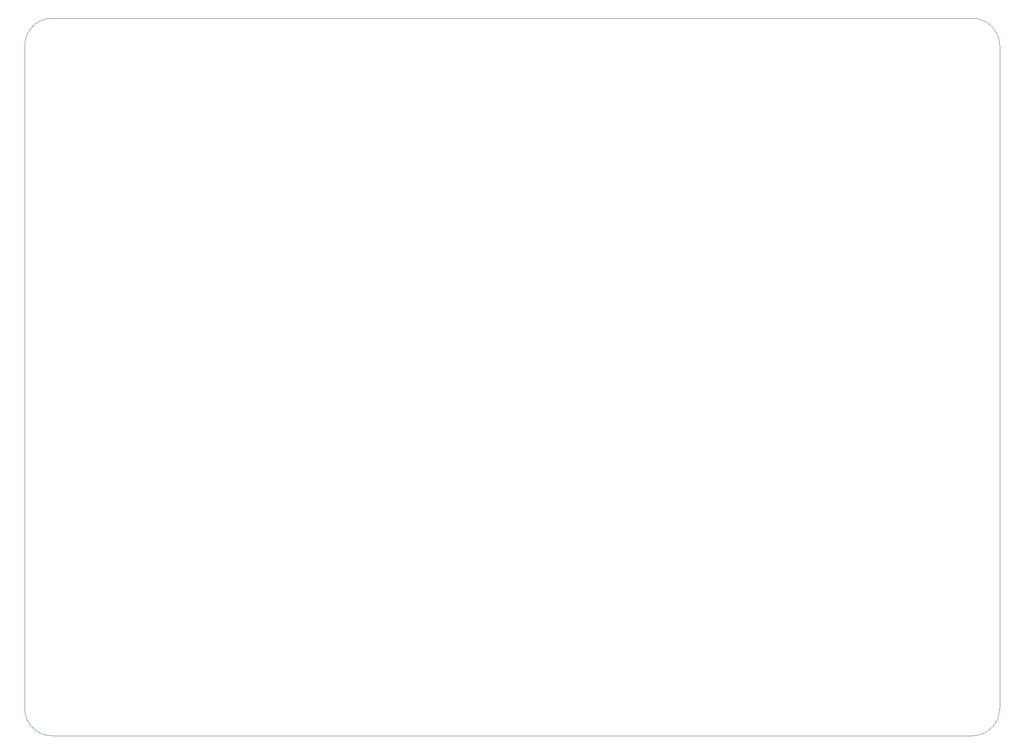
<source format=gbr>
%TF.GenerationSoftware,KiCad,Pcbnew,7.0.5*%
%TF.CreationDate,2024-01-26T10:33:22+02:00*%
%TF.ProjectId,Sound Board,536f756e-6420-4426-9f61-72642e6b6963,rev?*%
%TF.SameCoordinates,Original*%
%TF.FileFunction,Profile,NP*%
%FSLAX46Y46*%
G04 Gerber Fmt 4.6, Leading zero omitted, Abs format (unit mm)*
G04 Created by KiCad (PCBNEW 7.0.5) date 2024-01-26 10:33:22*
%MOMM*%
%LPD*%
G01*
G04 APERTURE LIST*
%TA.AperFunction,Profile*%
%ADD10C,0.100000*%
%TD*%
G04 APERTURE END LIST*
D10*
X28575000Y-161925000D02*
X199390000Y-161925000D01*
X204470000Y-33655000D02*
G75*
G03*
X199390000Y-28575000I-5080000J0D01*
G01*
X204470000Y-156845000D02*
X204470000Y-33655000D01*
X28575000Y-28575000D02*
G75*
G03*
X23495000Y-33655000I0J-5080000D01*
G01*
X28575000Y-28575000D02*
X199390000Y-28575000D01*
X199390000Y-161925000D02*
G75*
G03*
X204470000Y-156845000I0J5080000D01*
G01*
X23495000Y-156845000D02*
X23495000Y-33655000D01*
X23495000Y-156845000D02*
G75*
G03*
X28575000Y-161925000I5080000J0D01*
G01*
M02*

</source>
